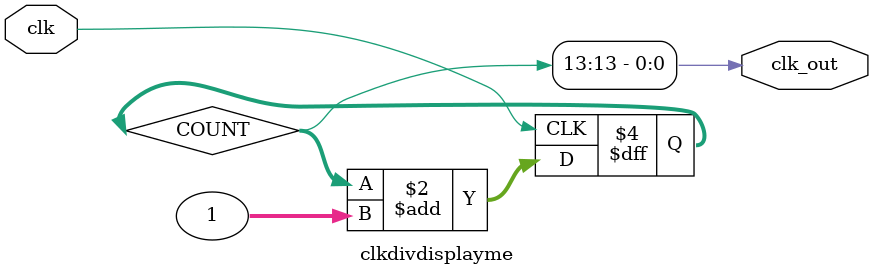
<source format=v>
`timescale 1ns / 1ps


module clkdivdisplayme(
    input clk,
    output clk_out
    );
    
   reg [31:0] COUNT = 32'b00000000000000000000000000000000; //change this to [15:0] for the board, [1:0] for simulation
    assign clk_out = COUNT[13];
    
    always @(posedge clk)
    begin
        COUNT <= COUNT+1;
    end
    
    endmodule
    


</source>
